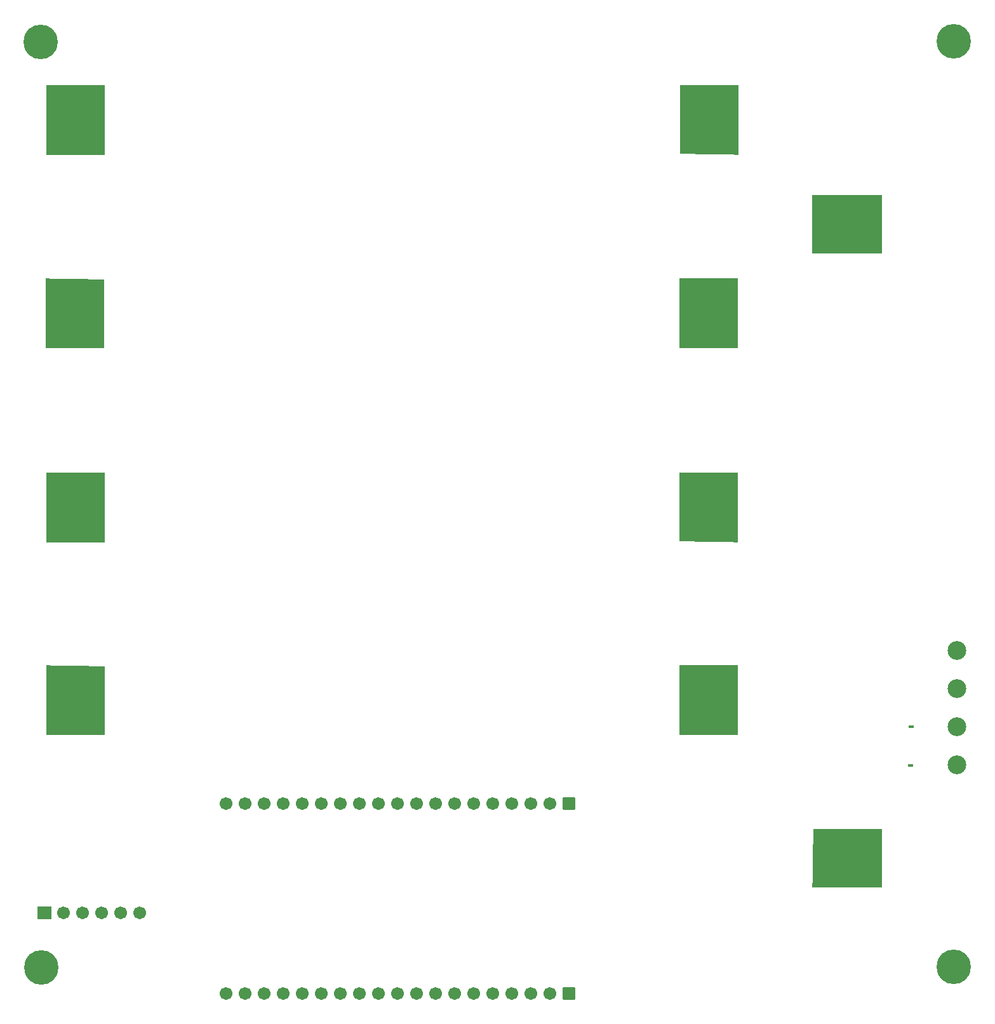
<source format=gbs>
G04 Layer: BottomSolderMaskLayer*
G04 EasyEDA v6.5.22, 2023-02-22 15:15:05*
G04 640daacfa6c848ee808a15bd8ce7c787,ef4dac4c239f4a7f90591e71bd1ece2f,10*
G04 Gerber Generator version 0.2*
G04 Scale: 100 percent, Rotated: No, Reflected: No *
G04 Dimensions in inches *
G04 leading zeros omitted , absolute positions ,3 integer and 6 decimal *
%FSLAX36Y36*%
%MOIN*%

%AMMACRO1*1,1,$1,$2,$3*1,1,$1,$4,$5*1,1,$1,0-$2,0-$3*1,1,$1,0-$4,0-$5*20,1,$1,$2,$3,$4,$5,0*20,1,$1,$4,$5,0-$2,0-$3,0*20,1,$1,0-$2,0-$3,0-$4,0-$5,0*20,1,$1,0-$4,0-$5,$2,$3,0*4,1,4,$2,$3,$4,$5,0-$2,0-$3,0-$4,0-$5,$2,$3,0*%
%AMMACRO2*4,1,28,-0.1525,-0.182,-0.1531,-0.1819,-0.1537,-0.1816,-0.1541,-0.1812,-0.1544,-0.1806,-0.1545,-0.18,-0.1545,-0.18,-0.1545,0.18,-0.1545,0.18,-0.1544,0.1806,-0.1541,0.1812,-0.1537,0.1816,-0.1531,0.1819,-0.1525,0.182,0.1525,0.182,0.1531,0.1819,0.1537,0.1816,0.1541,0.1812,0.1544,0.1806,0.1545,0.18,0.1545,0.18,0.1545,-0.18,0.1545,-0.18,0.1544,-0.1806,0.1541,-0.1812,0.1537,-0.1816,0.1531,-0.1819,0.1525,-0.182,-0.1525,-0.182,0*%
%AMMACRO3*4,1,30,-0.1525,-0.182,-0.1531,-0.1819,-0.1537,-0.1816,-0.1541,-0.1812,-0.1544,-0.1806,-0.1545,-0.18,-0.1545,-0.18,-0.1545,0.18,-0.1545,0.18,-0.1544,0.1806,-0.1541,0.1812,-0.1537,0.1816,-0.1531,0.1819,-0.1525,0.182,-0.1525,0.182,0.1525,0.177,0.1525,0.177,0.1531,0.1769,0.1537,0.1766,0.1541,0.1762,0.1544,0.1756,0.1545,0.175,0.1545,0.175,0.1545,-0.18,0.1545,-0.18,0.1544,-0.1806,0.1541,-0.1812,0.1537,-0.1816,0.1531,-0.1819,0.1525,-0.182,-0.1525,-0.182,0*%
%AMMACRO4*4,1,30,0.1524,-0.182,-0.1526,-0.177,-0.1525,-0.177,-0.1531,-0.1769,-0.1537,-0.1766,-0.1541,-0.1762,-0.1544,-0.1756,-0.1545,-0.175,-0.1545,-0.175,-0.1545,0.18,-0.1545,0.18,-0.1544,0.1806,-0.1541,0.1812,-0.1537,0.1816,-0.1531,0.1819,-0.1525,0.182,0.1525,0.182,0.1531,0.1819,0.1537,0.1816,0.1541,0.1812,0.1544,0.1806,0.1545,0.18,0.1545,0.18,0.1545,-0.18,0.1545,-0.18,0.1544,-0.1806,0.1541,-0.1812,0.1537,-0.1816,0.1531,-0.1819,0.1525,-0.182,0.1524,-0.182,0*%
%AMMACRO5*4,1,28,-0.18,-0.1545,-0.1806,-0.1544,-0.1812,-0.1541,-0.1816,-0.1537,-0.1819,-0.1531,-0.182,-0.1525,-0.182,-0.1525,-0.182,0.1525,-0.182,0.1525,-0.1819,0.1531,-0.1816,0.1537,-0.1812,0.1541,-0.1806,0.1544,-0.18,0.1545,0.18,0.1545,0.1806,0.1544,0.1812,0.1541,0.1816,0.1537,0.1819,0.1531,0.182,0.1525,0.182,0.1525,0.182,-0.1525,0.182,-0.1525,0.1819,-0.1531,0.1816,-0.1537,0.1812,-0.1541,0.1806,-0.1544,0.18,-0.1545,-0.18,-0.1545,0*%
%AMMACRO6*4,1,28,-0.18,-0.1545,-0.1806,-0.1544,-0.1812,-0.1541,-0.1816,-0.1537,-0.1819,-0.1531,-0.182,-0.1525,-0.182,-0.1525,-0.177,0.1525,-0.177,0.1525,-0.1769,0.1531,-0.1766,0.1537,-0.1762,0.1541,-0.1756,0.1544,-0.175,0.1545,0.18,0.1545,0.1806,0.1544,0.1812,0.1541,0.1816,0.1537,0.1819,0.1531,0.182,0.1525,0.182,0.1525,0.182,-0.1525,0.182,-0.1525,0.1819,-0.1531,0.1816,-0.1537,0.1812,-0.1541,0.1806,-0.1544,0.18,-0.1545,-0.18,-0.1545,0*%
%ADD10MACRO1,0.004X-0.01X0.006X0.01X0.006*%
%ADD11MACRO2*%
%ADD12MACRO3*%
%ADD13MACRO4*%
%ADD14MACRO5*%
%ADD15MACRO6*%
%ADD16C,0.0670*%
%ADD17MACRO1,0.004X-0.0354X0.0315X0.0354X0.0315*%
%ADD18MACRO1,0.004X0.0315X-0.0315X-0.0315X-0.0315*%
%ADD19C,0.0985*%
%ADD20C,0.1812*%

%LPD*%
D10*
G01*
X3550996Y581000D03*
G01*
X3552999Y784000D03*
D11*
G01*
X2491520Y925000D03*
D12*
G01*
X-833479Y925000D03*
D11*
G01*
X-833479Y1934000D03*
D13*
G01*
X2491520Y1934000D03*
D11*
G01*
X2490520Y2953000D03*
D12*
G01*
X-834479Y2953000D03*
D11*
G01*
X-831479Y3969000D03*
D13*
G01*
X2493520Y3969000D03*
D14*
G01*
X3218020Y3420500D03*
D15*
G01*
X3218020Y95500D03*
D16*
G01*
X-496999Y-192999D03*
G01*
X-596999Y-192999D03*
G01*
X-696999Y-192999D03*
G01*
X-796999Y-192999D03*
G01*
X-896999Y-192999D03*
D17*
G01*
X-996999Y-192999D03*
D16*
G01*
X-40999Y381000D03*
G01*
X59000Y381000D03*
G01*
X159000Y381000D03*
G01*
X259000Y381000D03*
G01*
X359000Y381000D03*
G01*
X459000Y381000D03*
G01*
X559000Y381000D03*
G01*
X659000Y381000D03*
G01*
X759000Y381000D03*
G01*
X859000Y381000D03*
G01*
X959000Y381000D03*
G01*
X1059000Y381000D03*
G01*
X1159000Y381000D03*
G01*
X1259000Y381000D03*
G01*
X1359000Y381000D03*
G01*
X1459000Y381000D03*
G01*
X1559000Y381000D03*
G01*
X1659000Y381000D03*
D18*
G01*
X1758998Y380998D03*
D16*
G01*
X-40999Y-613999D03*
G01*
X59000Y-613999D03*
G01*
X159000Y-613999D03*
G01*
X259000Y-613999D03*
G01*
X359000Y-613999D03*
G01*
X459000Y-613999D03*
G01*
X559000Y-613999D03*
G01*
X659000Y-613999D03*
G01*
X759000Y-613999D03*
G01*
X859000Y-613999D03*
G01*
X959000Y-613999D03*
G01*
X1059000Y-613999D03*
G01*
X1159000Y-613999D03*
G01*
X1259000Y-613999D03*
G01*
X1359000Y-613999D03*
G01*
X1459000Y-613999D03*
G01*
X1559000Y-613999D03*
G01*
X1659000Y-613999D03*
D18*
G01*
X1759000Y-613999D03*
D19*
G01*
X3796000Y585000D03*
G01*
X3796000Y785000D03*
G01*
X3796000Y985000D03*
G01*
X3796000Y1185000D03*
D20*
G01*
X3778000Y4380000D03*
G01*
X-1013999Y4377000D03*
G01*
X-1012999Y-478999D03*
G01*
X3779000Y-476999D03*
M02*

</source>
